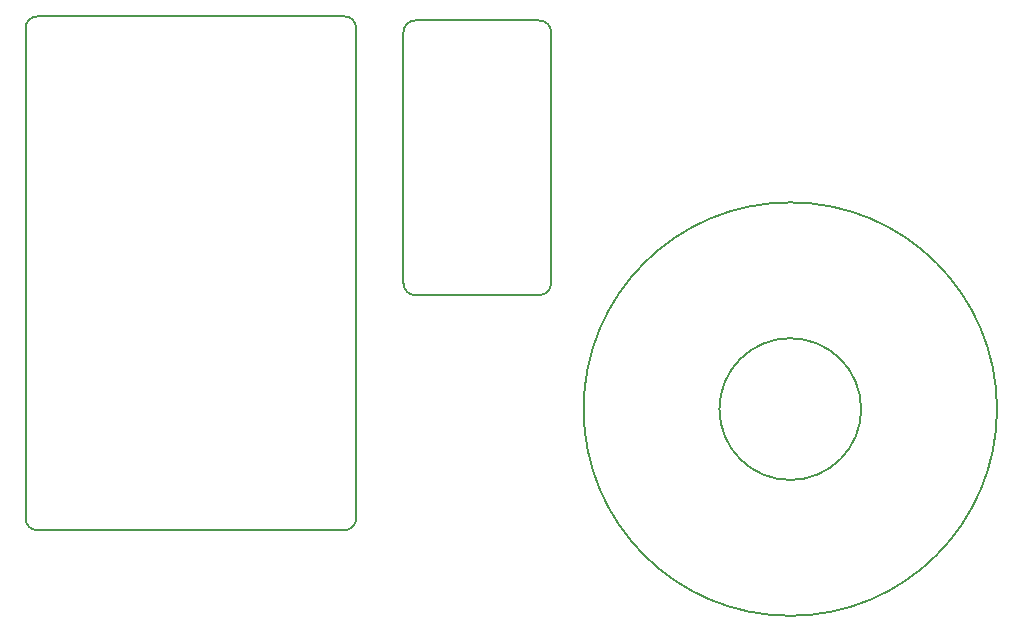
<source format=gbr>
%TF.GenerationSoftware,KiCad,Pcbnew,9.0.1*%
%TF.CreationDate,2025-06-19T23:09:26+02:00*%
%TF.ProjectId,Night-Gogle,4e696768-742d-4476-9f67-6c652e6b6963,rev?*%
%TF.SameCoordinates,Original*%
%TF.FileFunction,Profile,NP*%
%FSLAX46Y46*%
G04 Gerber Fmt 4.6, Leading zero omitted, Abs format (unit mm)*
G04 Created by KiCad (PCBNEW 9.0.1) date 2025-06-19 23:09:26*
%MOMM*%
%LPD*%
G01*
G04 APERTURE LIST*
%TA.AperFunction,Profile*%
%ADD10C,0.200000*%
%TD*%
G04 APERTURE END LIST*
D10*
X84500000Y-71850000D02*
G75*
G02*
X83500000Y-70850000I0J1000000D01*
G01*
X96000000Y-70850000D02*
G75*
G02*
X95000000Y-71850000I-1000000J0D01*
G01*
X83500000Y-49600000D02*
G75*
G02*
X84500000Y-48600000I1000000J0D01*
G01*
X95000000Y-48600000D02*
G75*
G02*
X96000000Y-49600000I0J-1000000D01*
G01*
X83500000Y-70850000D02*
X83500000Y-49600000D01*
X95000000Y-71850000D02*
X84500000Y-71850000D01*
X96000000Y-49600000D02*
X96000000Y-70850000D01*
X84500000Y-48600000D02*
X95000000Y-48600000D01*
X79500000Y-90750000D02*
G75*
G02*
X78500000Y-91750000I-1000000J0D01*
G01*
X78500000Y-48250000D02*
G75*
G02*
X79500000Y-49250000I0J-1000000D01*
G01*
X52500000Y-91750000D02*
G75*
G02*
X51500000Y-90750000I0J1000000D01*
G01*
X51500000Y-49250000D02*
G75*
G02*
X52500000Y-48250000I1000000J0D01*
G01*
X78500000Y-91750000D02*
X52500000Y-91750000D01*
X79500000Y-49250000D02*
X79500000Y-90750000D01*
X52500000Y-48250000D02*
X78500000Y-48250000D01*
X51500000Y-90750000D02*
X51500000Y-49250000D01*
X133750000Y-81500000D02*
G75*
G02*
X98750000Y-81500000I-17500000J0D01*
G01*
X98750000Y-81500000D02*
G75*
G02*
X133750000Y-81500000I17500000J0D01*
G01*
X122250000Y-81500000D02*
G75*
G02*
X110250000Y-81500000I-6000000J0D01*
G01*
X110250000Y-81500000D02*
G75*
G02*
X122250000Y-81500000I6000000J0D01*
G01*
M02*

</source>
